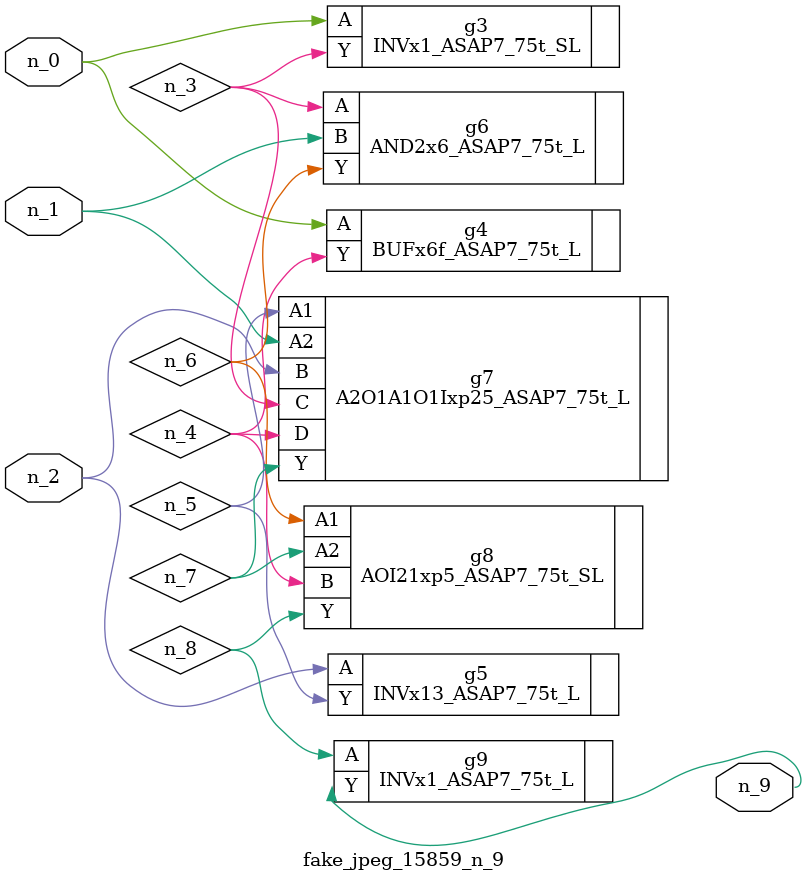
<source format=v>
module fake_jpeg_15859_n_9 (n_0, n_2, n_1, n_9);

input n_0;
input n_2;
input n_1;

output n_9;

wire n_3;
wire n_4;
wire n_8;
wire n_6;
wire n_5;
wire n_7;

INVx1_ASAP7_75t_SL g3 ( 
.A(n_0),
.Y(n_3)
);

BUFx6f_ASAP7_75t_L g4 ( 
.A(n_0),
.Y(n_4)
);

INVx13_ASAP7_75t_L g5 ( 
.A(n_2),
.Y(n_5)
);

AND2x6_ASAP7_75t_L g6 ( 
.A(n_3),
.B(n_1),
.Y(n_6)
);

AOI21xp5_ASAP7_75t_SL g8 ( 
.A1(n_6),
.A2(n_7),
.B(n_4),
.Y(n_8)
);

A2O1A1O1Ixp25_ASAP7_75t_L g7 ( 
.A1(n_5),
.A2(n_1),
.B(n_2),
.C(n_3),
.D(n_4),
.Y(n_7)
);

INVx1_ASAP7_75t_L g9 ( 
.A(n_8),
.Y(n_9)
);


endmodule
</source>
